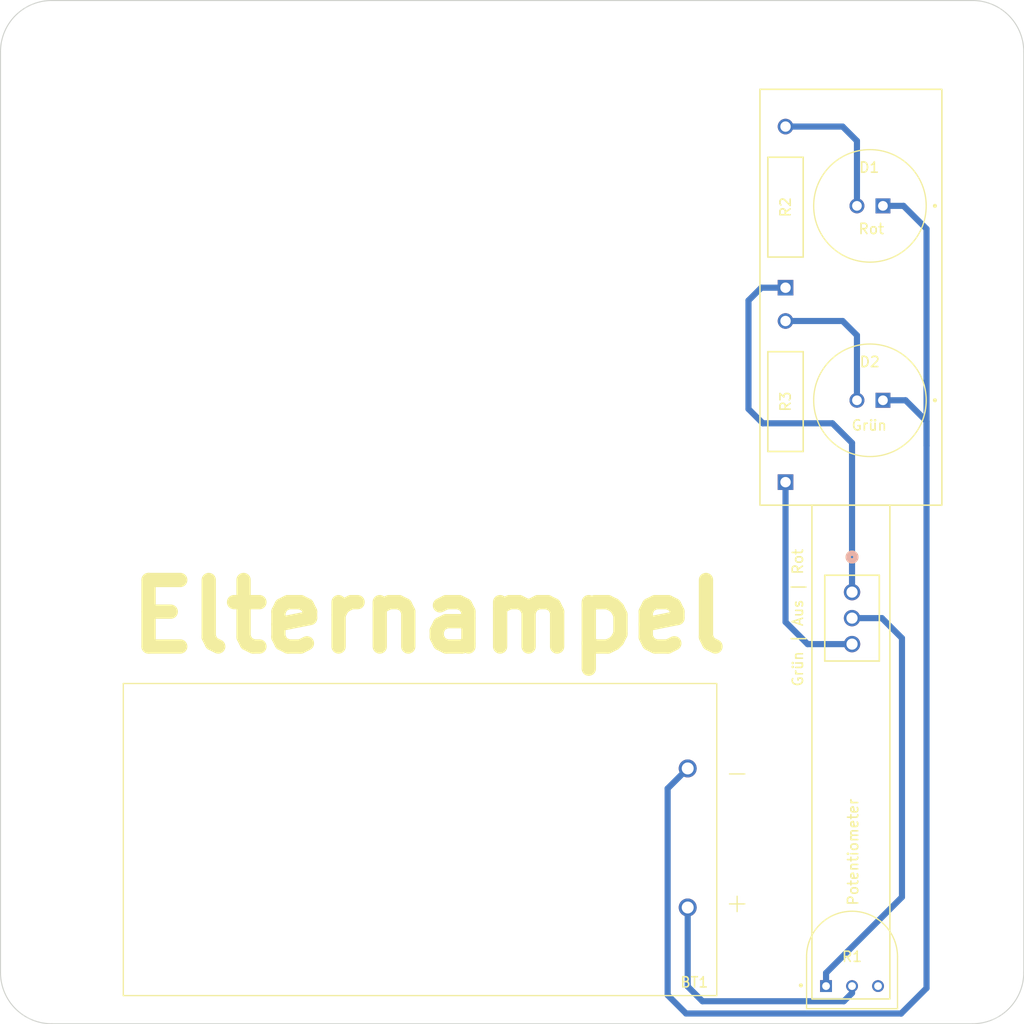
<source format=kicad_pcb>
(kicad_pcb (version 20221018) (generator pcbnew)
  (layers (0 "F.Cu" signal) (31 "B.Cu" signal) (34 "B.Paste" user) (35 "F.Paste" user) (36 "B.SilkS" user "B.Silkscreen") (37 "F.SilkS" user "F.Silkscreen") (38 "B.Mask" user) (39 "F.Mask" user) (44 "Edge.Cuts" user))
  (net 0 "")
  (net 1 "Net-(BT1-Pad+)")
  (net 2 "Net-(BT1-Pad-)")
  (net 3 "Net-(D1-Pad2)")
  (net 4 "Net-(D2-Pad2)")
  (net 6 "Net-(R1-Pad1)")
  (net 7 "Net-(R2-Pad1)")
  (net 8 "Net-(R3-Pad1)")
  (footprint "parts:MountingHole_5mm" (layer "F.Cu") (at 71 31)
    (fp_text reference "H1" hide)
    (fp_text value "MountingHole" hide)
    (pad "" np_thru_hole circle (at 0 0) (size 5 5) (drill 5) (layers "*.Cu" "*.Mask"))
  )
  (footprint "parts:MountingHole_5mm" (layer "F.Cu") (at 71 119)
    (fp_text reference "H2" hide)
    (fp_text value "MountingHole" hide)
    (pad "" np_thru_hole circle (at 0 0) (size 5 5) (drill 5) (layers "*.Cu" "*.Mask"))
  )
  (footprint "parts:MountingHole_5mm" (layer "F.Cu") (at 159 31)
    (fp_text reference "H3" hide)
    (fp_text value "MountingHole" hide)
    (pad "" np_thru_hole circle (at 0 0) (size 5 5) (drill 5) (layers "*.Cu" "*.Mask"))
  )
  (footprint "parts:STA_CF12_STP" (layer "F.Cu") (at 141.72 72.07 90)
    (fp_text reference "R3" (at 7.874 0 90 unlocked) (layer "F.SilkS"))
    (fp_text value "CF12JT110R" hide)
    (fp_line (start 2.9972 -1.7272) (end 2.9972 1.7272) (stroke (width 0.1524)) (layer "F.SilkS"))
    (fp_line (start 2.9972 1.7272) (end 12.7508 1.7272) (stroke (width 0.1524)) (layer "F.SilkS"))
    (fp_line (start 12.7508 -1.7272) (end 2.9972 -1.7272) (stroke (width 0.1524)) (layer "F.SilkS"))
    (fp_line (start 12.7508 1.7272) (end 12.7508 -1.7272) (stroke (width 0.1524)) (layer "F.SilkS"))
    (pad "1" thru_hole rect (at 0 0 90) (size 1.524 1.524) (drill 1.016) (layers "*.Cu" "*.Mask") (net 8 "Net-(R3-Pad1)"))
    (pad "2" thru_hole circle (at 15.748 0 90) (size 1.524 1.524) (drill 1.016) (layers "*.Cu" "*.Mask") (net 4 "Net-(D2-Pad2)"))
  )
  (footprint "parts:LEDRD254W57D1100H1450" (layer "F.Cu") (at 149.97 64.07 180)
    (fp_text reference "D2" (at 0.02 3.75) (layer "F.SilkS"))
    (fp_text value "WP813GD" hide)
    (fp_circle (center -6.35 0) (end -6.25 0) (stroke (width 0.2)) (fill none) (layer "F.SilkS"))
    (fp_circle (center 0 0) (end 5.5 0) (stroke (width 0.127)) (fill none) (layer "F.SilkS"))
    (pad "1" thru_hole rect (at -1.27 0 180) (size 1.458 1.458) (drill 0.95) (layers "*.Cu" "*.Mask") (net 2 "Net-(BT1-Pad-)"))
    (pad "2" thru_hole circle (at 1.27 0 180) (size 1.458 1.458) (drill 0.95) (layers "*.Cu" "*.Mask") (net 4 "Net-(D2-Pad2)"))
  )
  (footprint "parts:LEDRD254W57D1100H1450" (layer "F.Cu") (at 149.97 45.07 180)
    (fp_text reference "D1" (at 0.07 3.75) (layer "F.SilkS"))
    (fp_text value "WP813ID" hide)
    (fp_circle (center -6.35 0) (end -6.25 0) (stroke (width 0.2)) (fill none) (layer "F.SilkS"))
    (fp_circle (center 0 0) (end 5.5 0) (stroke (width 0.127)) (fill none) (layer "F.SilkS"))
    (pad "1" thru_hole rect (at -1.27 0 180) (size 1.458 1.458) (drill 0.95) (layers "*.Cu" "*.Mask") (net 2 "Net-(BT1-Pad-)"))
    (pad "2" thru_hole circle (at 1.27 0 180) (size 1.458 1.458) (drill 0.95) (layers "*.Cu" "*.Mask") (net 3 "Net-(D1-Pad2)"))
  )
  (footprint "parts:BAT_BC2AAPC" (layer "F.Cu") (at 106 107 180)
    (fp_text reference "BT1" (at -26.8 -13.95) (layer "F.SilkS"))
    (fp_text value "BC2AAPC" hide)
    (fp_line (start -31.74 -6.29) (end -30.24 -6.29) (stroke (width 0.127)) (layer "F.SilkS"))
    (fp_line (start -31.74 6.41) (end -30.24 6.41) (stroke (width 0.127)) (layer "F.SilkS"))
    (fp_line (start -30.99 -5.54) (end -30.99 -7.04) (stroke (width 0.127)) (layer "F.SilkS"))
    (fp_line (start -29 -15.25) (end 29 -15.25) (stroke (width 0.127)) (layer "F.SilkS"))
    (fp_line (start -29 15.25) (end -29 -15.25) (stroke (width 0.127)) (layer "F.SilkS"))
    (fp_line (start 29 -15.25) (end 29 15.25) (stroke (width 0.127)) (layer "F.SilkS"))
    (fp_line (start 29 15.25) (end -29 15.25) (stroke (width 0.127)) (layer "F.SilkS"))
    (pad "+" thru_hole circle (at -26.16 -6.64 180) (size 1.755 1.755) (drill 1.17) (layers "*.Cu" "*.Mask") (net 1 "Net-(BT1-Pad+)"))
    (pad "-" thru_hole circle (at -26.16 6.95 180) (size 1.755 1.755) (drill 1.17) (layers "*.Cu" "*.Mask") (net 2 "Net-(BT1-Pad-)"))
  )
  (footprint "parts:TRIM_3352T-1-501LF" (layer "F.Cu") (at 148.22 118.45)
    (fp_text reference "R1" (at 0 0) (layer "F.SilkS"))
    (fp_text value "3352T-1-201LF" hide)
    (fp_line (start -4.445 0) (end -4.445 5.08) (stroke (width 0.127)) (layer "F.SilkS"))
    (fp_line (start -4.445 5.08) (end 4.445 5.08) (stroke (width 0.127)) (layer "F.SilkS"))
    (fp_line (start 4.445 0) (end 4.445 5.08) (stroke (width 0.127)) (layer "F.SilkS"))
    (fp_arc (start -4.445 0) (mid 0 -4.445) (end 4.445 0) (stroke (width 0.127)) (layer "F.SilkS"))
    (fp_circle (center -5 2.8) (end -4.9 2.8) (stroke (width 0.2)) (fill none) (layer "F.SilkS"))
    (pad "1" thru_hole rect (at -2.54 2.87) (size 1.16 1.16) (drill 0.76) (layers "*.Cu" "*.Mask") (net 6 "Net-(R1-Pad1)"))
    (pad "2" thru_hole circle (at 0 2.87) (size 1.16 1.16) (drill 0.76) (layers "*.Cu" "*.Mask") (net 1 "Net-(BT1-Pad+)"))
    (pad "3" thru_hole circle (at 2.54 2.87) (size 1.16 1.16) (drill 0.76) (layers "*.Cu" "*.Mask"))
  )
  (footprint "parts:MountingHole_5mm" (layer "F.Cu") (at 159 119)
    (fp_text reference "H4" hide)
    (fp_text value "MountingHole" hide)
    (pad "" np_thru_hole circle (at 0 0) (size 5 5) (drill 5) (layers "*.Cu" "*.Mask"))
  )
  (footprint "parts:200MSP1T1B1M2QEH_EWI" (layer "F.Cu") (at 148.22 82.82 -90)
    (fp_text reference "SW1" hide)
    (fp_text value "200MSP1T1B1M2QEH")
    (fp_circle (center -3.429 0) (end -3.048 0) (stroke (width 0.508)) (fill none) (layer "B.SilkS"))
    (fp_line (start -1.651 -2.667) (end -1.651 2.667) (stroke (width 0.1524)) (layer "F.SilkS"))
    (fp_line (start -1.651 2.667) (end 6.731 2.667) (stroke (width 0.1524)) (layer "F.SilkS"))
    (fp_line (start 6.731 -2.667) (end -1.651 -2.667) (stroke (width 0.1524)) (layer "F.SilkS"))
    (fp_line (start 6.731 2.667) (end 6.731 -2.667) (stroke (width 0.1524)) (layer "F.SilkS"))
    (fp_circle (center -3.429 0) (end -3.048 0) (stroke (width 0.508)) (fill none) (layer "F.SilkS"))
    (pad "1" thru_hole circle (at 0 0 270) (size 1.6002 1.6002) (drill 1.0922) (layers "*.Cu" "*.Mask") (net 7 "Net-(R2-Pad1)"))
    (pad "2" thru_hole circle (at 2.54 0 270) (size 1.6002 1.6002) (drill 1.0922) (layers "*.Cu" "*.Mask") (net 6 "Net-(R1-Pad1)"))
    (pad "3" thru_hole circle (at 5.08 0 270) (size 1.6002 1.6002) (drill 1.0922) (layers "*.Cu" "*.Mask") (net 8 "Net-(R3-Pad1)"))
  )
  (footprint "parts:STA_CF12_STP" (layer "F.Cu") (at 141.72 53.068 90)
    (fp_text reference "R2" (at 7.874 0 90 unlocked) (layer "F.SilkS"))
    (fp_text value "CF12JT110R" hide)
    (fp_line (start 2.9972 -1.7272) (end 2.9972 1.7272) (stroke (width 0.1524)) (layer "F.SilkS"))
    (fp_line (start 2.9972 1.7272) (end 12.7508 1.7272) (stroke (width 0.1524)) (layer "F.SilkS"))
    (fp_line (start 12.7508 -1.7272) (end 2.9972 -1.7272) (stroke (width 0.1524)) (layer "F.SilkS"))
    (fp_line (start 12.7508 1.7272) (end 12.7508 -1.7272) (stroke (width 0.1524)) (layer "F.SilkS"))
    (pad "1" thru_hole rect (at 0 0 90) (size 1.524 1.524) (drill 1.016) (layers "*.Cu" "*.Mask") (net 7 "Net-(R2-Pad1)"))
    (pad "2" thru_hole circle (at 15.748 0 90) (size 1.524 1.524) (drill 1.016) (layers "*.Cu" "*.Mask") (net 3 "Net-(D1-Pad2)"))
  )
  (gr_rect (start 144.3 74.32) (end 151.92 122.58) (stroke (width 0.15)) (fill none) (layer "F.SilkS"))
  (gr_rect (start 139.22 33.68) (end 157 74.32) (stroke (width 0.15)) (fill none) (layer "F.SilkS"))
  (gr_line (start 70 125) (end 160 125) (stroke (width 0.1)) (layer "Edge.Cuts"))
  (gr_line (start 70 25) (end 160 25) (stroke (width 0.1)) (layer "Edge.Cuts"))
  (gr_arc (start 165 120) (mid 163.535534 123.535534) (end 160 125) (stroke (width 0.1)) (layer "Edge.Cuts"))
  (gr_arc (start 160 25) (mid 163.535534 26.464466) (end 165 30) (stroke (width 0.1)) (layer "Edge.Cuts"))
  (gr_line (start 165 30) (end 165 120) (stroke (width 0.1)) (layer "Edge.Cuts"))
  (gr_line (start 65 30) (end 65 120) (stroke (width 0.1)) (layer "Edge.Cuts"))
  (gr_arc (start 70 125) (mid 66.464466 123.535534) (end 65 120) (stroke (width 0.1)) (layer "Edge.Cuts"))
  (gr_arc (start 65 30) (mid 66.464466 26.464466) (end 70 25) (stroke (width 0.1)) (layer "Edge.Cuts"))
  (gr_text "Rot" (at 150.1 47.32) (layer "F.SilkS") (effects (font (size 1 1))))
  (gr_text "Potentiometer" (at 148.32 108.22 90) (layer "F.SilkS") (effects (font (size 1 1))))
  (gr_text "Grün" (at 149.9 66.52) (layer "F.SilkS") (effects (font (size 1 1))))
  (gr_text "Grün | Aus | Rot" (at 142.92 85.32 90) (layer "F.SilkS") (effects (font (size 1 1))))
  (gr_text "Elternampel" (at 77 89) (layer "F.SilkS") (effects (font (size 6.5 6.5) (thickness 1.4) bold) (justify left bottom)))
  (segment (start 132.16 113.64) (end 132.16 121.36) (width 0.6) (layer "B.Cu") (net 1))
  (segment (start 132.16 121.36) (end 133.6 122.8) (width 0.6) (layer "B.Cu") (net 1))
  (segment (start 148.11 122.11) (end 148.22 122) (width 0.6) (layer "B.Cu") (net 1))
  (segment (start 147.42 122.8) (end 148.11 122.11) (width 0.6) (layer "B.Cu") (net 1))
  (segment (start 133.6 122.8) (end 147.42 122.8) (width 0.6) (layer "B.Cu") (net 1))
  (segment (start 148.22 122) (end 148.22 121.32) (width 0.6) (layer "B.Cu") (net 1))
  (segment (start 132 124) (end 153 124) (width 0.6) (layer "B.Cu") (net 2))
  (segment (start 155.5 47.32) (end 153.25 45.07) (width 0.6) (layer "B.Cu") (net 2))
  (segment (start 155.5 66.12) (end 155.5 68.52) (width 0.6) (layer "B.Cu") (net 2))
  (segment (start 153.25 45.07) (end 151.24 45.07) (width 0.6) (layer "B.Cu") (net 2))
  (segment (start 151.24 64.07) (end 153.45 64.07) (width 0.6) (layer "B.Cu") (net 2))
  (segment (start 153.01 124.01) (end 155.5 121.52) (width 0.6) (layer "B.Cu") (net 2))
  (segment (start 153.45 64.07) (end 155.5 66.12) (width 0.6) (layer "B.Cu") (net 2))
  (segment (start 130.2 102.01) (end 130.2 122.2) (width 0.6) (layer "B.Cu") (net 2))
  (segment (start 130.2 122.2) (end 132 124) (width 0.6) (layer "B.Cu") (net 2))
  (segment (start 132.16 100.05) (end 130.2 102.01) (width 0.6) (layer "B.Cu") (net 2))
  (segment (start 155.5 121.52) (end 155.5 68.52) (width 0.6) (layer "B.Cu") (net 2))
  (segment (start 155.5 68.52) (end 155.5 47.32) (width 0.6) (layer "B.Cu") (net 2))
  (segment (start 153 124) (end 153.01 124.01) (width 0.6) (layer "B.Cu") (net 2))
  (segment (start 148.7 38.72) (end 148.7 45.07) (width 0.6) (layer "B.Cu") (net 3))
  (segment (start 147.3 37.32) (end 148.7 38.72) (width 0.6) (layer "B.Cu") (net 3))
  (segment (start 141.72 37.32) (end 147.3 37.32) (width 0.6) (layer "B.Cu") (net 3))
  (segment (start 148.7 57.72) (end 148.7 64.07) (width 0.6) (layer "B.Cu") (net 4))
  (segment (start 141.72 56.322) (end 147.302 56.322) (width 0.6) (layer "B.Cu") (net 4))
  (segment (start 147.302 56.322) (end 148.7 57.72) (width 0.6) (layer "B.Cu") (net 4))
  (segment (start 151.14 85.36) (end 148.22 85.36) (width 0.6) (layer "B.Cu") (net 6))
  (segment (start 145.68 120.04) (end 153.1 112.62) (width 0.6) (layer "B.Cu") (net 6))
  (segment (start 145.68 121.32) (end 145.68 120.04) (width 0.6) (layer "B.Cu") (net 6))
  (segment (start 153.1 112.62) (end 153.1 87.32) (width 0.6) (layer "B.Cu") (net 6))
  (segment (start 153.1 87.32) (end 151.14 85.36) (width 0.6) (layer "B.Cu") (net 6))
  (segment (start 138.1 64.92) (end 138.1 54.32) (width 0.6) (layer "B.Cu") (net 7))
  (segment (start 139.352 53.068) (end 141.72 53.068) (width 0.6) (layer "B.Cu") (net 7))
  (segment (start 148.22 68.24) (end 146.3 66.32) (width 0.6) (layer "B.Cu") (net 7))
  (segment (start 139.5 66.32) (end 138.1 64.92) (width 0.6) (layer "B.Cu") (net 7))
  (segment (start 146.3 66.32) (end 139.5 66.32) (width 0.6) (layer "B.Cu") (net 7))
  (segment (start 138.1 54.32) (end 139.352 53.068) (width 0.6) (layer "B.Cu") (net 7))
  (segment (start 148.22 82.82) (end 148.22 68.24) (width 0.6) (layer "B.Cu") (net 7))
  (segment (start 143.88 87.9) (end 148.22 87.9) (width 0.6) (layer "B.Cu") (net 8))
  (segment (start 141.72 85.74) (end 143.88 87.9) (width 0.6) (layer "B.Cu") (net 8))
  (segment (start 141.72 72.07) (end 141.72 85.74) (width 0.6) (layer "B.Cu") (net 8))
)
</source>
